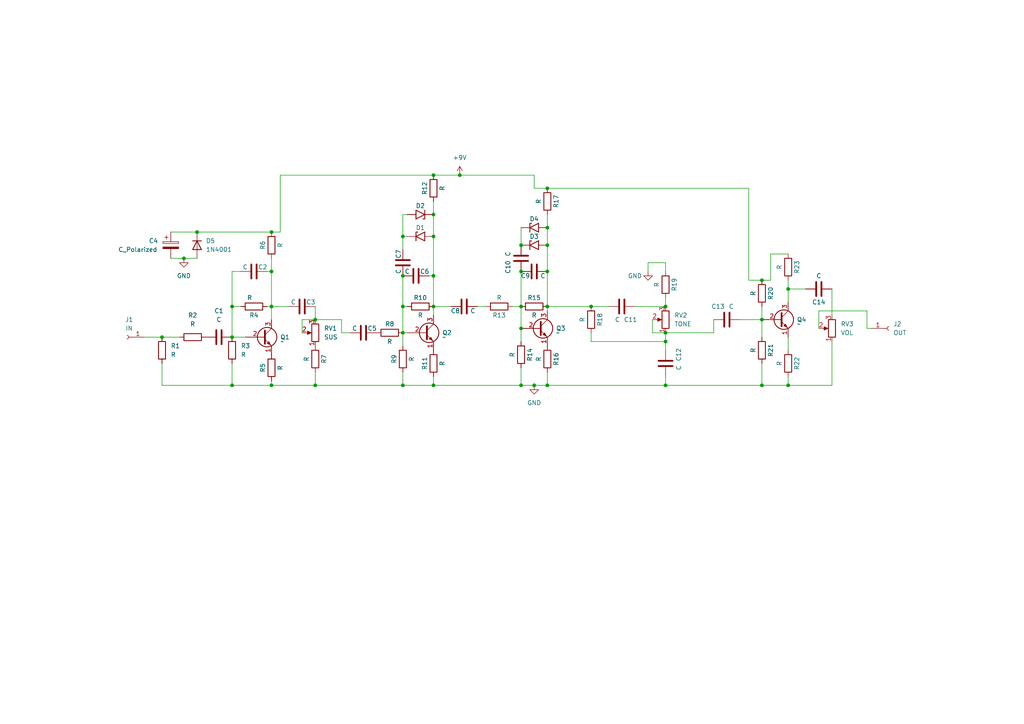
<source format=kicad_sch>
(kicad_sch (version 20230121) (generator eeschema)
  (paper "A4")
  (lib_symbols
    (symbol "Connector:Conn_01x01_Socket" (pin_names (offset 1.016) hide)
      (property "Reference" "J" (at 0 2.54 0))
      (property "Value" "Conn_01x01_Socket" (at 0 -2.54 0))
      (symbol "Conn_01x01_Socket_1_1"
        (polyline (pts (xy -1.27 0) (xy -0.508 0)) (stroke (width 0.1524)))
        (arc (start 0 0.508) (mid -0.5058 0) (end 0 -0.508) (stroke (width 0.1524)))
        (pin passive line (at -5.08 0 0) (length 3.81) (name "Pin_1") (number "1"))
      )
    )
    (symbol "Device:C" (pin_numbers hide) (pin_names (offset 0.254))
      (property "Reference" "C" (at 0.635 2.54 0))
      (property "Value" "C" (at 0.635 -2.54 0))
      (symbol "C_0_1"
        (polyline (pts (xy -2.032 -0.762) (xy 2.032 -0.762)) (stroke (width 0.508)))
        (polyline (pts (xy -2.032 0.762) (xy 2.032 0.762)) (stroke (width 0.508)))
      )
      (symbol "C_1_1"
        (pin passive line (at 0 3.81 270) (length 2.794) (name "~") (number "1"))
        (pin passive line (at 0 -3.81 90) (length 2.794) (name "~") (number "2"))
      )
    )
    (symbol "Device:C_Polarized" (pin_numbers hide) (pin_names (offset 0.254))
      (property "Reference" "C" (at 0.635 2.54 0))
      (property "Value" "C_Polarized" (at 0.635 -2.54 0))
      (symbol "C_Polarized_0_1"
        (rectangle (start -2.286 0.508) (end 2.286 1.016))
        (polyline (pts (xy -1.778 2.286) (xy -0.762 2.286)))
        (polyline (pts (xy -1.27 2.794) (xy -1.27 1.778)))
        (rectangle (start 2.286 -0.508) (end -2.286 -1.016) (fill (type outline)))
      )
      (symbol "C_Polarized_1_1"
        (pin passive line (at 0 3.81 270) (length 2.794) (name "~") (number "1"))
        (pin passive line (at 0 -3.81 90) (length 2.794) (name "~") (number "2"))
      )
    )
    (symbol "Device:R" (pin_numbers hide) (pin_names (offset 0))
      (property "Reference" "R" (at 2.032 0 90))
      (property "Value" "R" (at 0 0 90))
      (symbol "R_0_1"
        (rectangle (start -1.016 -2.54) (end 1.016 2.54) (stroke (width 0.254)))
      )
      (symbol "R_1_1"
        (pin passive line (at 0 3.81 270) (length 1.27) (name "~") (number "1"))
        (pin passive line (at 0 -3.81 90) (length 1.27) (name "~") (number "2"))
      )
    )
    (symbol "Device:R_Potentiometer" (pin_names (offset 1.016) hide)
      (property "Reference" "RV" (at -4.445 0 90))
      (property "Value" "R_Potentiometer" (at -2.54 0 90))
      (symbol "R_Potentiometer_0_1"
        (polyline (pts (xy 2.54 0) (xy 1.524 0)))
        (polyline (pts (xy 1.143 0) (xy 2.286 0.508) (xy 2.286 -0.508) (xy 1.143 0)) (fill (type outline)))
        (rectangle (start 1.016 2.54) (end -1.016 -2.54) (stroke (width 0.254)))
      )
      (symbol "R_Potentiometer_1_1"
        (pin passive line (at 0 3.81 270) (length 1.27) (name "1") (number "1"))
        (pin passive line (at 3.81 0 180) (length 1.27) (name "2") (number "2"))
        (pin passive line (at 0 -3.81 90) (length 1.27) (name "3") (number "3"))
      )
    )
    (symbol "Diode:1N4001" (pin_numbers hide) (pin_names hide)
      (property "Reference" "D" (at 0 2.54 0))
      (property "Value" "1N4001" (at 0 -2.54 0))
      (symbol "1N4001_0_1"
        (polyline (pts (xy -1.27 1.27) (xy -1.27 -1.27)) (stroke (width 0.254)))
        (polyline (pts (xy 1.27 0) (xy -1.27 0)))
        (polyline (pts (xy 1.27 1.27) (xy 1.27 -1.27) (xy -1.27 0) (xy 1.27 1.27)) (stroke (width 0.254)))
      )
      (symbol "1N4001_1_1"
        (pin passive line (at -3.81 0 0) (length 2.54) (name "K") (number "1"))
        (pin passive line (at 3.81 0 180) (length 2.54) (name "A") (number "2"))
      )
    )
    (symbol "Diode:1N62xxA" (pin_numbers hide) (pin_names (offset 1.016) hide)
      (property "Reference" "D" (at 0 2.54 0))
      (property "Value" "1N62xxA" (at 0 -2.54 0))
      (symbol "1N62xxA_0_1"
        (polyline (pts (xy -0.762 1.27) (xy -1.27 1.27) (xy -1.27 -1.27)) (stroke (width 0.254)))
        (polyline (pts (xy 1.27 1.27) (xy 1.27 -1.27) (xy -1.27 0) (xy 1.27 1.27)) (stroke (width 0.254)))
      )
      (symbol "1N62xxA_1_1"
        (pin passive line (at -3.81 0 0) (length 2.54) (name "A1") (number "1"))
        (pin passive line (at 3.81 0 180) (length 2.54) (name "A2") (number "2"))
      )
    )
    (symbol "Transistor_BJT:2N3904" (pin_names (offset 0) hide)
      (property "Reference" "Q" (at 5.08 1.905 0))
      (property "Value" "2N3904" (at 5.08 0 0))
      (symbol "2N3904_0_1"
        (polyline (pts (xy 0.635 0.635) (xy 2.54 2.54)))
        (polyline (pts (xy 0.635 -0.635) (xy 2.54 -2.54) (xy 2.54 -2.54)))
        (polyline (pts (xy 0.635 1.905) (xy 0.635 -1.905) (xy 0.635 -1.905)) (stroke (width 0.508)))
        (polyline (pts (xy 1.27 -1.778) (xy 1.778 -1.27) (xy 2.286 -2.286) (xy 1.27 -1.778) (xy 1.27 -1.778)) (fill (type outline)))
        (circle (center 1.27 0) (radius 2.8194) (stroke (width 0.254)))
      )
      (symbol "2N3904_1_1"
        (pin passive line (at 2.54 -5.08 90) (length 2.54) (name "E") (number "1"))
        (pin passive line (at -5.08 0 0) (length 5.715) (name "B") (number "2"))
        (pin passive line (at 2.54 5.08 270) (length 2.54) (name "C") (number "3"))
      )
    )
    (symbol "power:+9V" (power) (pin_names (offset 0))
      (property "Value" "+9V" (at 0 3.556 0))
      (symbol "+9V_0_1"
        (polyline (pts (xy -0.762 1.27) (xy 0 2.54)))
        (polyline (pts (xy 0 0) (xy 0 2.54)))
        (polyline (pts (xy 0 2.54) (xy 0.762 1.27)))
      )
      (symbol "+9V_1_1"
        (pin power_in line (at 0 0 90) (length 0) hide (name "+9V") (number "1"))
      )
    )
    (symbol "power:GND" (power) (pin_names (offset 0))
      (property "Value" "GND" (at 0 -3.81 0))
      (symbol "GND_0_1"
        (polyline (pts (xy 0 0) (xy 0 -1.27) (xy 1.27 -1.27) (xy 0 -2.54) (xy -1.27 -1.27) (xy 0 -1.27)))
      )
      (symbol "GND_1_1"
        (pin power_in line (at 0 0 270) (length 0) hide (name "GND") (number "1"))
      )
    )
  )
  (junction (at 125.73 50.8))
  (junction (at 67.31 88.9))
  (junction (at 78.74 88.9))
  (junction (at 53.34 74.93))
  (junction (at 158.75 111.76))
  (junction (at 151.13 78.74))
  (junction (at 228.6 83.82))
  (junction (at 158.75 71.12))
  (junction (at 116.84 96.52))
  (junction (at 151.13 95.25))
  (junction (at 158.75 54.61))
  (junction (at 154.94 111.76))
  (junction (at 193.04 96.52))
  (junction (at 151.13 88.9))
  (junction (at 228.6 111.76))
  (junction (at 78.74 111.76))
  (junction (at 151.13 111.76))
  (junction (at 116.84 68.58))
  (junction (at 46.99 97.79))
  (junction (at 220.98 111.76))
  (junction (at 116.84 111.76))
  (junction (at 78.74 67.31))
  (junction (at 193.04 111.76))
  (junction (at 151.13 71.12))
  (junction (at 125.73 62.23))
  (junction (at 158.75 78.74))
  (junction (at 116.84 80.01))
  (junction (at 220.98 92.71))
  (junction (at 133.35 50.8))
  (junction (at 125.73 80.01))
  (junction (at 91.44 92.71))
  (junction (at 57.15 67.31))
  (junction (at 78.74 78.74))
  (junction (at 158.75 66.04))
  (junction (at 125.73 68.58))
  (junction (at 220.98 81.28))
  (junction (at 91.44 111.76))
  (junction (at 158.75 88.9))
  (junction (at 125.73 88.9))
  (junction (at 67.31 111.76))
  (junction (at 171.45 88.9))
  (junction (at 67.31 97.79))
  (junction (at 125.73 111.76))
  (junction (at 193.04 99.06))
  (junction (at 193.04 88.9))
  (junction (at 116.84 88.9))
  (wire (pts (xy 148.59 88.9) (xy 151.13 88.9)))
  (wire (pts (xy 158.75 88.9) (xy 158.75 90.17)))
  (wire (pts (xy 138.43 88.9) (xy 140.97 88.9)))
  (wire (pts (xy 151.13 66.04) (xy 151.13 71.12)))
  (wire (pts (xy 217.17 54.61) (xy 217.17 81.28)))
  (wire (pts (xy 49.53 74.93) (xy 53.34 74.93)))
  (wire (pts (xy 49.53 67.31) (xy 57.15 67.31)))
  (wire (pts (xy 67.31 105.41) (xy 67.31 111.76)))
  (wire (pts (xy 78.74 88.9) (xy 83.82 88.9)))
  (wire (pts (xy 78.74 74.93) (xy 78.74 78.74)))
  (wire (pts (xy 116.84 107.95) (xy 116.84 111.76)))
  (wire (pts (xy 78.74 92.71) (xy 78.74 88.9)))
  (wire (pts (xy 220.98 92.71) (xy 220.98 97.79)))
  (wire (pts (xy 125.73 88.9) (xy 130.81 88.9)))
  (wire (pts (xy 116.84 68.58) (xy 116.84 62.23)))
  (wire (pts (xy 228.6 111.76) (xy 220.98 111.76)))
  (wire (pts (xy 91.44 107.95) (xy 91.44 111.76)))
  (wire (pts (xy 125.73 88.9) (xy 125.73 91.44)))
  (wire (pts (xy 228.6 83.82) (xy 233.68 83.82)))
  (wire (pts (xy 151.13 106.68) (xy 151.13 111.76)))
  (wire (pts (xy 87.63 96.52) (xy 87.63 92.71)))
  (wire (pts (xy 251.46 95.25) (xy 252.73 95.25)))
  (wire (pts (xy 237.49 90.17) (xy 251.46 90.17)))
  (wire (pts (xy 193.04 111.76) (xy 158.75 111.76)))
  (wire (pts (xy 99.06 96.52) (xy 101.6 96.52)))
  (wire (pts (xy 251.46 90.17) (xy 251.46 95.25)))
  (wire (pts (xy 228.6 83.82) (xy 228.6 87.63)))
  (wire (pts (xy 125.73 58.42) (xy 125.73 62.23)))
  (wire (pts (xy 67.31 97.79) (xy 71.12 97.79)))
  (wire (pts (xy 125.73 50.8) (xy 133.35 50.8)))
  (wire (pts (xy 125.73 80.01) (xy 125.73 88.9)))
  (wire (pts (xy 207.01 96.52) (xy 207.01 92.71)))
  (wire (pts (xy 241.3 111.76) (xy 228.6 111.76)))
  (wire (pts (xy 151.13 95.25) (xy 151.13 99.06)))
  (wire (pts (xy 220.98 81.28) (xy 223.52 81.28)))
  (wire (pts (xy 171.45 96.52) (xy 171.45 99.06)))
  (wire (pts (xy 241.3 83.82) (xy 241.3 91.44)))
  (wire (pts (xy 193.04 99.06) (xy 193.04 101.6)))
  (wire (pts (xy 46.99 97.79) (xy 52.07 97.79)))
  (wire (pts (xy 116.84 80.01) (xy 116.84 88.9)))
  (wire (pts (xy 158.75 62.23) (xy 158.75 66.04)))
  (wire (pts (xy 220.98 92.71) (xy 220.98 88.9)))
  (wire (pts (xy 116.84 72.39) (xy 116.84 68.58)))
  (wire (pts (xy 193.04 109.22) (xy 193.04 111.76)))
  (wire (pts (xy 241.3 99.06) (xy 241.3 111.76)))
  (wire (pts (xy 193.04 96.52) (xy 207.01 96.52)))
  (wire (pts (xy 158.75 78.74) (xy 158.75 88.9)))
  (wire (pts (xy 193.04 96.52) (xy 193.04 99.06)))
  (wire (pts (xy 193.04 76.2) (xy 187.96 76.2)))
  (wire (pts (xy 77.47 88.9) (xy 78.74 88.9)))
  (wire (pts (xy 151.13 78.74) (xy 151.13 88.9)))
  (wire (pts (xy 91.44 88.9) (xy 91.44 92.71)))
  (wire (pts (xy 41.91 97.79) (xy 46.99 97.79)))
  (wire (pts (xy 223.52 73.66) (xy 228.6 73.66)))
  (wire (pts (xy 171.45 88.9) (xy 176.53 88.9)))
  (wire (pts (xy 158.75 111.76) (xy 154.94 111.76)))
  (wire (pts (xy 87.63 92.71) (xy 91.44 92.71)))
  (wire (pts (xy 158.75 107.95) (xy 158.75 111.76)))
  (wire (pts (xy 81.28 50.8) (xy 81.28 67.31)))
  (wire (pts (xy 187.96 76.2) (xy 187.96 78.74)))
  (wire (pts (xy 69.85 88.9) (xy 67.31 88.9)))
  (wire (pts (xy 154.94 54.61) (xy 158.75 54.61)))
  (wire (pts (xy 125.73 68.58) (xy 125.73 80.01)))
  (wire (pts (xy 220.98 111.76) (xy 193.04 111.76)))
  (wire (pts (xy 81.28 67.31) (xy 78.74 67.31)))
  (wire (pts (xy 57.15 67.31) (xy 78.74 67.31)))
  (wire (pts (xy 228.6 109.22) (xy 228.6 111.76)))
  (wire (pts (xy 125.73 111.76) (xy 116.84 111.76)))
  (wire (pts (xy 154.94 111.76) (xy 151.13 111.76)))
  (wire (pts (xy 228.6 101.6) (xy 228.6 97.79)))
  (wire (pts (xy 78.74 88.9) (xy 78.74 78.74)))
  (wire (pts (xy 220.98 105.41) (xy 220.98 111.76)))
  (wire (pts (xy 158.75 54.61) (xy 217.17 54.61)))
  (wire (pts (xy 171.45 99.06) (xy 193.04 99.06)))
  (wire (pts (xy 116.84 96.52) (xy 116.84 100.33)))
  (wire (pts (xy 116.84 68.58) (xy 118.11 68.58)))
  (wire (pts (xy 46.99 111.76) (xy 46.99 105.41)))
  (wire (pts (xy 189.23 92.71) (xy 189.23 96.52)))
  (wire (pts (xy 116.84 96.52) (xy 118.11 96.52)))
  (wire (pts (xy 158.75 88.9) (xy 171.45 88.9)))
  (wire (pts (xy 193.04 86.36) (xy 193.04 88.9)))
  (wire (pts (xy 67.31 78.74) (xy 67.31 88.9)))
  (wire (pts (xy 99.06 92.71) (xy 99.06 96.52)))
  (wire (pts (xy 189.23 96.52) (xy 193.04 96.52)))
  (wire (pts (xy 158.75 66.04) (xy 158.75 71.12)))
  (wire (pts (xy 151.13 88.9) (xy 151.13 95.25)))
  (wire (pts (xy 124.46 80.01) (xy 125.73 80.01)))
  (wire (pts (xy 193.04 78.74) (xy 193.04 76.2)))
  (wire (pts (xy 116.84 62.23) (xy 118.11 62.23)))
  (wire (pts (xy 217.17 81.28) (xy 220.98 81.28)))
  (wire (pts (xy 237.49 90.17) (xy 237.49 95.25)))
  (wire (pts (xy 151.13 111.76) (xy 125.73 111.76)))
  (wire (pts (xy 184.15 88.9) (xy 193.04 88.9)))
  (wire (pts (xy 67.31 111.76) (xy 46.99 111.76)))
  (wire (pts (xy 116.84 88.9) (xy 116.84 96.52)))
  (wire (pts (xy 53.34 74.93) (xy 57.15 74.93)))
  (wire (pts (xy 228.6 81.28) (xy 228.6 83.82)))
  (wire (pts (xy 78.74 78.74) (xy 77.47 78.74)))
  (wire (pts (xy 214.63 92.71) (xy 220.98 92.71)))
  (wire (pts (xy 125.73 109.22) (xy 125.73 111.76)))
  (wire (pts (xy 69.85 78.74) (xy 67.31 78.74)))
  (wire (pts (xy 125.73 62.23) (xy 125.73 68.58)))
  (wire (pts (xy 67.31 88.9) (xy 67.31 97.79)))
  (wire (pts (xy 118.11 88.9) (xy 116.84 88.9)))
  (wire (pts (xy 223.52 81.28) (xy 223.52 73.66)))
  (wire (pts (xy 125.73 50.8) (xy 81.28 50.8)))
  (wire (pts (xy 91.44 111.76) (xy 78.74 111.76)))
  (wire (pts (xy 158.75 71.12) (xy 158.75 78.74)))
  (wire (pts (xy 78.74 110.49) (xy 78.74 111.76)))
  (wire (pts (xy 91.44 92.71) (xy 99.06 92.71)))
  (wire (pts (xy 133.35 50.8) (xy 154.94 50.8)))
  (wire (pts (xy 78.74 111.76) (xy 67.31 111.76)))
  (wire (pts (xy 154.94 50.8) (xy 154.94 54.61)))
  (wire (pts (xy 116.84 111.76) (xy 91.44 111.76)))
  (symbol (lib_id "Device:R") (at 220.98 101.6 180) (unit 1)
    (property "Reference" "R21" (at 223.52 101.6 90))
    (property "Value" "R" (at 218.44 101.6 90))
  )
  (symbol (lib_id "Device:C") (at 87.63 88.9 90) (unit 1)
    (property "Reference" "C3" (at 90.17 87.63 90))
    (property "Value" "C" (at 85.09 87.63 90))
  )
  (symbol (lib_id "Diode:1N62xxA") (at 154.94 71.12 0) (unit 1)
    (property "Reference" "D3" (at 154.94 68.58 0))
    (property "Value" "1N62xxA" (effects hide))
    (property "Footprint" "Diode_THT:D_DO-201AE_P15.24mm_Horizontal" (effects hide))
    (property "Datasheet" "https://www.vishay.com/docs/88301/15ke.pdf" (effects hide))
  )
  (symbol (lib_id "Device:C") (at 116.84 76.2 180) (unit 1)
    (property "Reference" "C7" (at 115.57 73.66 90))
    (property "Value" "C" (at 115.57 78.74 90))
  )
  (symbol (lib_id "Device:C") (at 134.62 88.9 270) (unit 1)
    (property "Reference" "C8" (at 132.08 90.17 90))
    (property "Value" "C" (at 137.16 90.17 90))
  )
  (symbol (lib_id "Connector:Conn_01x01_Socket") (at 257.81 95.25 0) (unit 1)
    (property "Reference" "J2" (at 259.08 93.98 0) (effects (justify left)))
    (property "Value" "OUT" (at 259.08 96.52 0) (effects (justify left)))
    (property "Footprint" "Connector_PinHeader_1.00mm:PinHeader_1x01_P1.00mm_Vertical" (effects hide))
  )
  (symbol (lib_id "Device:C") (at 105.41 96.52 90) (unit 1)
    (property "Reference" "C5" (at 107.95 95.25 90))
    (property "Value" "C" (at 102.87 95.25 90))
  )
  (symbol (lib_id "Device:R") (at 67.31 101.6 180) (unit 1)
    (property "Reference" "R3" (at 69.85 100.33 0) (effects (justify right)))
    (property "Value" "R" (at 69.85 102.87 0) (effects (justify right)))
  )
  (symbol (lib_id "power:GND") (at 53.34 74.93 0) (unit 1)
    (property "Reference" "#PWR03" (effects hide))
    (property "Value" "GND" (at 53.34 80.01 0))
  )
  (symbol (lib_id "power:GND") (at 187.96 78.74 0) (unit 1)
    (property "Reference" "#PWR01" (effects hide))
    (property "Value" "GND" (at 184.15 80.01 0))
  )
  (symbol (lib_id "Diode:1N62xxA") (at 121.92 68.58 0) (unit 1)
    (property "Reference" "D1" (at 121.92 66.04 0))
    (property "Value" "1N62xxA" (effects hide))
    (property "Footprint" "Diode_THT:D_DO-201AE_P15.24mm_Horizontal" (effects hide))
    (property "Datasheet" "https://www.vishay.com/docs/88301/15ke.pdf" (effects hide))
  )
  (symbol (lib_id "Device:C") (at 237.49 83.82 270) (unit 1)
    (property "Reference" "C14" (at 237.49 87.63 90))
    (property "Value" "C" (at 237.49 80.01 90))
  )
  (symbol (lib_id "Device:R") (at 113.03 96.52 270) (unit 1)
    (property "Reference" "R8" (at 113.03 93.98 90))
    (property "Value" "R" (at 113.03 99.06 90))
  )
  (symbol (lib_id "Device:R") (at 193.04 82.55 180) (unit 1)
    (property "Reference" "R19" (at 195.58 82.55 90))
    (property "Value" "R" (at 190.5 82.55 90))
  )
  (symbol (lib_id "Device:R") (at 55.88 97.79 90) (unit 1)
    (property "Reference" "R2" (at 55.88 91.44 90))
    (property "Value" "R" (at 55.88 93.98 90))
  )
  (symbol (lib_id "Diode:1N4001") (at 57.15 71.12 270) (unit 1)
    (property "Reference" "D5" (at 59.69 69.85 90) (effects (justify left)))
    (property "Value" "1N4001" (at 59.69 72.39 90) (effects (justify left)))
    (property "Footprint" "Diode_THT:D_DO-41_SOD81_P10.16mm_Horizontal" (effects hide))
    (property "Datasheet" "http://www.vishay.com/docs/88503/1n4001.pdf" (effects hide))
    (property "Sim.Device" "D" (effects hide))
    (property "Sim.Pins" "1=K 2=A" (effects hide))
  )
  (symbol (lib_id "Device:R") (at 158.75 58.42 180) (unit 1)
    (property "Reference" "R17" (at 161.29 58.42 90))
    (property "Value" "R" (at 156.21 58.42 90))
  )
  (symbol (lib_id "Device:C") (at 180.34 88.9 90) (unit 1)
    (property "Reference" "C11" (at 182.88 92.71 90))
    (property "Value" "C" (at 179.07 92.71 90))
  )
  (symbol (lib_id "Device:R") (at 91.44 104.14 180) (unit 1)
    (property "Reference" "R7" (at 93.98 104.14 90))
    (property "Value" "R" (at 88.9 104.14 90))
  )
  (symbol (lib_id "Device:C") (at 73.66 78.74 90) (unit 1)
    (property "Reference" "C2" (at 76.2 77.47 90))
    (property "Value" "C" (at 71.12 77.47 90))
  )
  (symbol (lib_id "power:+9V") (at 133.35 50.8 0) (unit 1)
    (property "Reference" "#PWR04" (effects hide))
    (property "Value" "+9V" (at 133.35 45.72 0))
    (property "Footprint" "Connector_PinHeader_1.00mm:PinHeader_1x01_P1.00mm_Vertical" (effects hide))
  )
  (symbol (lib_id "Device:C") (at 151.13 74.93 0) (unit 1)
    (property "Reference" "C10" (at 147.32 77.47 90))
    (property "Value" "C" (at 147.32 73.66 90))
  )
  (symbol (lib_id "Device:R") (at 121.92 88.9 270) (unit 1)
    (property "Reference" "R10" (at 121.92 86.36 90))
    (property "Value" "R" (at 121.92 91.44 90))
  )
  (symbol (lib_id "Device:R_Potentiometer") (at 241.3 95.25 180) (unit 1)
    (property "Reference" "RV3" (at 243.84 93.98 0) (effects (justify right)))
    (property "Value" "VOL" (at 243.84 96.52 0) (effects (justify right)))
  )
  (symbol (lib_id "Device:R") (at 220.98 85.09 180) (unit 1)
    (property "Reference" "R20" (at 223.52 85.09 90))
    (property "Value" "R" (at 218.44 85.09 90))
  )
  (symbol (lib_id "Device:R_Potentiometer") (at 91.44 96.52 180) (unit 1)
    (property "Reference" "RV1" (at 93.98 95.25 0) (effects (justify right)))
    (property "Value" "SUS" (at 93.98 97.79 0) (effects (justify right)))
  )
  (symbol (lib_id "power:GND") (at 154.94 111.76 0) (unit 1)
    (property "Reference" "#PWR02" (effects hide))
    (property "Value" "GND" (at 154.94 116.84 0))
    (property "Footprint" "Connector_PinHeader_1.00mm:PinHeader_1x01_P1.00mm_Vertical" (effects hide))
  )
  (symbol (lib_id "Device:R") (at 116.84 104.14 0) (unit 1)
    (property "Reference" "R9" (at 114.3 104.14 90))
    (property "Value" "R" (at 119.38 104.14 90))
  )
  (symbol (lib_id "Device:R") (at 158.75 104.14 180) (unit 1)
    (property "Reference" "R16" (at 161.29 104.14 90))
    (property "Value" "R" (at 156.21 104.14 90))
  )
  (symbol (lib_id "Device:R") (at 78.74 106.68 0) (unit 1)
    (property "Reference" "R5" (at 76.2 106.68 90))
    (property "Value" "R" (at 81.28 106.68 90))
  )
  (symbol (lib_id "Device:R") (at 125.73 105.41 0) (unit 1)
    (property "Reference" "R11" (at 123.19 105.41 90))
    (property "Value" "R" (at 128.27 105.41 90))
  )
  (symbol (lib_id "Device:R") (at 228.6 77.47 180) (unit 1)
    (property "Reference" "R23" (at 231.14 77.47 90))
    (property "Value" "R" (at 226.06 77.47 90))
  )
  (symbol (lib_id "Device:R_Potentiometer") (at 193.04 92.71 180) (unit 1)
    (property "Reference" "RV2" (at 195.58 91.44 0) (effects (justify right)))
    (property "Value" "TONE" (at 195.58 93.98 0) (effects (justify right)))
  )
  (symbol (lib_id "Device:R") (at 228.6 105.41 180) (unit 1)
    (property "Reference" "R22" (at 231.14 105.41 90))
    (property "Value" "R" (at 226.06 105.41 90))
  )
  (symbol (lib_id "Device:C") (at 154.94 78.74 270) (unit 1)
    (property "Reference" "C9" (at 152.4 80.01 90))
    (property "Value" "C" (at 157.48 80.01 90))
  )
  (symbol (lib_id "Device:R") (at 154.94 88.9 270) (unit 1)
    (property "Reference" "R15" (at 154.94 86.36 90))
    (property "Value" "R" (at 154.94 91.44 90))
  )
  (symbol (lib_id "Device:C") (at 210.82 92.71 270) (unit 1)
    (property "Reference" "C13" (at 208.28 88.9 90))
    (property "Value" "C" (at 212.09 88.9 90))
  )
  (symbol (lib_id "Device:R") (at 144.78 88.9 90) (unit 1)
    (property "Reference" "R13" (at 144.78 91.44 90))
    (property "Value" "R" (at 144.78 86.36 90))
  )
  (symbol (lib_id "Device:R") (at 171.45 92.71 180) (unit 1)
    (property "Reference" "R18" (at 173.99 92.71 90))
    (property "Value" "R" (at 168.91 92.71 90))
  )
  (symbol (lib_id "Diode:1N62xxA") (at 154.94 66.04 0) (unit 1)
    (property "Reference" "D4" (at 154.94 63.5 0))
    (property "Value" "1N62xxA" (effects hide))
    (property "Footprint" "Diode_THT:D_DO-201AE_P15.24mm_Horizontal" (effects hide))
    (property "Datasheet" "https://www.vishay.com/docs/88301/15ke.pdf" (effects hide))
  )
  (symbol (lib_id "Device:R") (at 78.74 71.12 0) (unit 1)
    (property "Reference" "R6" (at 76.2 71.12 90))
    (property "Value" "R" (at 81.28 71.12 90))
  )
  (symbol (lib_id "Diode:1N62xxA") (at 121.92 62.23 180) (unit 1)
    (property "Reference" "D2" (at 121.92 59.69 0))
    (property "Value" "1N62xxA" (effects hide))
    (property "Footprint" "Diode_THT:D_DO-201AE_P15.24mm_Horizontal" (effects hide))
    (property "Datasheet" "https://www.vishay.com/docs/88301/15ke.pdf" (effects hide))
  )
  (symbol (lib_id "Device:C") (at 120.65 80.01 90) (unit 1)
    (property "Reference" "C6" (at 123.19 78.74 90))
    (property "Value" "C" (at 118.11 78.74 90))
  )
  (symbol (lib_id "Transistor_BJT:2N3904") (at 156.21 95.25 0) (unit 1)
    (property "Reference" "Q3" (at 161.29 95.25 0) (effects (justify left)))
    (property "Value" "~" (at 161.29 96.52 0) (effects (justify left)))
    (property "Footprint" "Package_TO_SOT_THT:TO-92_Inline" (effects hide))
    (property "Datasheet" "https://www.onsemi.com/pub/Collateral/2N3903-D.PDF" (effects hide))
  )
  (symbol (lib_id "Device:R") (at 125.73 54.61 0) (unit 1)
    (property "Reference" "R12" (at 123.19 54.61 90))
    (property "Value" "R" (at 128.27 54.61 90))
  )
  (symbol (lib_id "Transistor_BJT:2N3904") (at 226.06 92.71 0) (unit 1)
    (property "Reference" "Q4" (at 231.14 92.71 0) (effects (justify left)))
    (property "Value" "~" (at 231.14 93.98 0) (effects (justify left)))
    (property "Footprint" "Package_TO_SOT_THT:TO-92_Inline" (effects hide))
    (property "Datasheet" "https://www.onsemi.com/pub/Collateral/2N3903-D.PDF" (effects hide))
  )
  (symbol (lib_id "Connector:Conn_01x01_Socket") (at 36.83 97.79 180) (unit 1)
    (property "Reference" "J1" (at 37.465 92.71 0))
    (property "Value" "IN" (at 37.465 95.25 0))
    (property "Footprint" "Connector_PinHeader_1.00mm:PinHeader_1x01_P1.00mm_Vertical" (effects hide))
  )
  (symbol (lib_id "Device:R") (at 151.13 102.87 180) (unit 1)
    (property "Reference" "R14" (at 153.67 102.87 90))
    (property "Value" "R" (at 148.59 102.87 90))
  )
  (symbol (lib_id "Device:R") (at 73.66 88.9 270) (unit 1)
    (property "Reference" "R4" (at 73.66 91.44 90))
    (property "Value" "R" (at 72.39 86.36 90))
  )
  (symbol (lib_id "Device:C") (at 63.5 97.79 90) (unit 1)
    (property "Reference" "C1" (at 63.5 90.17 90))
    (property "Value" "C" (at 63.5 92.71 90))
  )
  (symbol (lib_id "Device:R") (at 46.99 101.6 0) (unit 1)
    (property "Reference" "R1" (at 49.53 100.33 0) (effects (justify left)))
    (property "Value" "R" (at 49.53 102.87 0) (effects (justify left)))
  )
  (symbol (lib_id "Transistor_BJT:2N3904") (at 123.19 96.52 0) (unit 1)
    (property "Reference" "Q2" (at 128.27 96.52 0) (effects (justify left)))
    (property "Value" "~" (at 128.27 97.79 0) (effects (justify left)))
    (property "Footprint" "Package_TO_SOT_THT:TO-92_Inline" (effects hide))
    (property "Datasheet" "https://www.onsemi.com/pub/Collateral/2N3903-D.PDF" (effects hide))
  )
  (symbol (lib_id "Device:C_Polarized") (at 49.53 71.12 0) (unit 1)
    (property "Reference" "C4" (at 43.18 69.85 0) (effects (justify left)))
    (property "Value" "C_Polarized" (at 34.29 72.39 0) (effects (justify left)))
  )
  (symbol (lib_id "Transistor_BJT:2N3904") (at 76.2 97.79 0) (unit 1)
    (property "Reference" "Q1" (at 81.28 97.79 0) (effects (justify left)))
    (property "Value" "~" (at 81.28 99.06 0) (effects (justify left)))
    (property "Footprint" "Package_TO_SOT_THT:TO-92_Inline" (effects hide))
    (property "Datasheet" "https://www.onsemi.com/pub/Collateral/2N3903-D.PDF" (effects hide))
  )
  (symbol (lib_id "Device:C") (at 193.04 105.41 180) (unit 1)
    (property "Reference" "C12" (at 196.85 102.87 90))
    (property "Value" "C" (at 196.85 106.68 90))
  )
)
</source>
